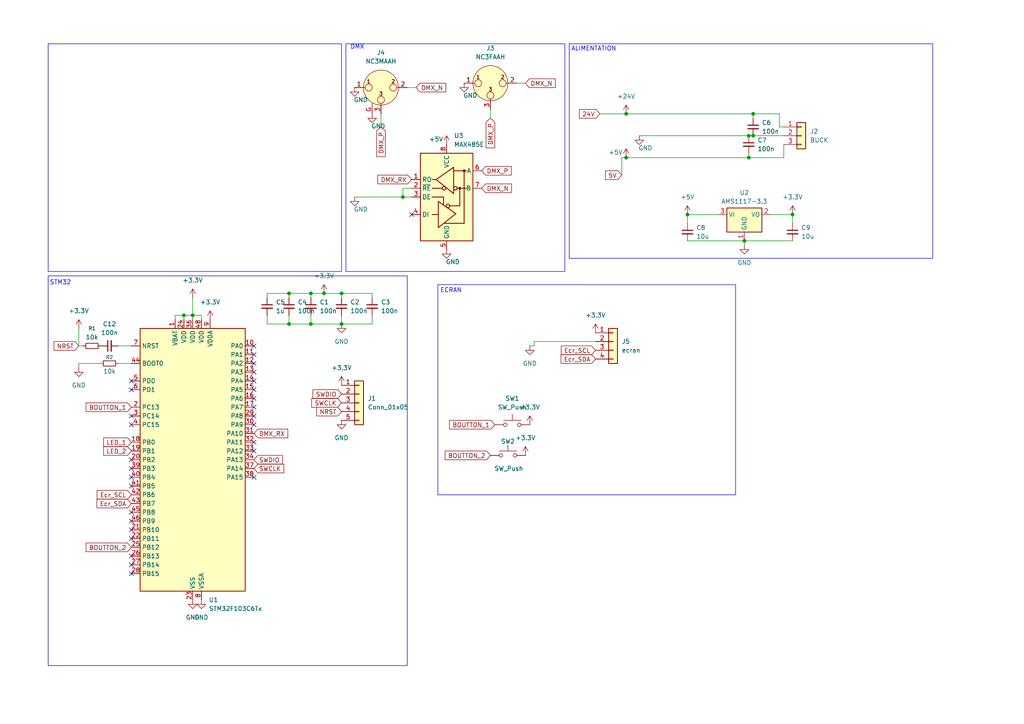
<source format=kicad_sch>
(kicad_sch (version 20250114) (generator "eeschema") (generator_version "9.0")
  (paper "A4")
  (title_block (title "Projet Helios") (date "2026-02-16") (rev "1.0") (company "ENSEA"))
  (lib_symbols
    (symbol "Connector_Audio:NC3FAAH" (pin_names (hide yes))
      (property "Reference" "J" (at 0 8.89 0))
      (property "Value" "NC3FAAH" (at 0 6.35 0))
      (symbol "NC3FAAH_0_1"
        (polyline (pts (xy -5.08 0) (xy -4.572 0)))
        (circle (center -3.556 0) (radius 1.016))
        (circle (center 0 0) (radius 5.08) (fill (type background)))
        (circle (center 0 -3.556) (radius 1.016))
        (polyline (pts (xy 0 -5.08) (xy 0 -4.572)))
        (circle (center 3.556 0) (radius 1.016))
        (polyline (pts (xy 5.08 0) (xy 4.572 0)))
        (text "1" (at -3.556 1.778 0) (effects (font (size 1.016 1.016) (bold yes))))
        (text "3" (at 0 -1.778 0) (effects (font (size 1.016 1.016) (bold yes))))
        (text "2" (at 3.556 1.778 0) (effects (font (size 1.016 1.016) (bold yes))))
        (pin passive line (at -7.62 0 0) (length 2.54) (name "~") (number "1"))
        (pin passive line (at 0 -7.62 90) (length 2.54) (name "~") (number "3"))
        (pin passive line (at 7.62 0 180) (length 2.54) (name "~") (number "2"))
      )
    )
    (symbol "Connector_Audio:NC3MAAH" (pin_names (hide yes))
      (property "Reference" "J" (at 0 8.89 0))
      (property "Value" "NC3MAAH" (at 0 6.35 0))
      (symbol "NC3MAAH_0_1"
        (polyline (pts (xy -5.08 0) (xy -4.572 0)))
        (circle (center -3.556 0) (radius 1.016))
        (polyline (pts (xy -2.54 -5.08) (xy -2.54 -4.445)))
        (circle (center 0 0) (radius 5.08) (fill (type background)))
        (circle (center 0 -3.556) (radius 1.016))
        (polyline (pts (xy 0 -5.08) (xy 0 -4.572)))
        (circle (center 3.556 0) (radius 1.016))
        (polyline (pts (xy 5.08 0) (xy 4.572 0)))
        (text "1" (at -3.556 1.778 0) (effects (font (size 1.016 1.016) (bold yes))))
        (text "3" (at 0 -1.778 0) (effects (font (size 1.016 1.016) (bold yes))))
        (text "2" (at 3.556 1.778 0) (effects (font (size 1.016 1.016) (bold yes))))
        (pin passive line (at -7.62 0 0) (length 2.54) (name "~") (number "1"))
        (pin passive line (at 0 -7.62 90) (length 2.54) (name "~") (number "3"))
        (pin passive line (at 7.62 0 180) (length 2.54) (name "~") (number "2"))
      )
      (symbol "NC3MAAH_1_1"
        (pin passive line (at -2.54 -7.62 90) (length 2.54) (name "~") (number "G"))
      )
    )
    (symbol "Connector_Generic:Conn_01x03" (pin_names (offset 1.016) (hide yes))
      (property "Reference" "J" (at 0 5.08 0))
      (property "Value" "Conn_01x03" (at 0 -5.08 0))
      (symbol "Conn_01x03_1_1"
        (rectangle (start -1.27 3.81) (end 1.27 -3.81) (stroke (width 0.254)) (fill (type background)))
        (rectangle (start -1.27 2.667) (end 0 2.413) (stroke (width 0.1524)))
        (rectangle (start -1.27 0.127) (end 0 -0.127) (stroke (width 0.1524)))
        (rectangle (start -1.27 -2.413) (end 0 -2.667) (stroke (width 0.1524)))
        (pin passive line (at -5.08 2.54 0) (length 3.81) (name "Pin_1") (number "1"))
        (pin passive line (at -5.08 0 0) (length 3.81) (name "Pin_2") (number "2"))
        (pin passive line (at -5.08 -2.54 0) (length 3.81) (name "Pin_3") (number "3"))
      )
    )
    (symbol "Connector_Generic:Conn_01x04" (pin_names (offset 1.016) (hide yes))
      (property "Reference" "J" (at 0 5.08 0))
      (property "Value" "Conn_01x04" (at 0 -7.62 0))
      (symbol "Conn_01x04_1_1"
        (rectangle (start -1.27 3.81) (end 1.27 -6.35) (stroke (width 0.254)) (fill (type background)))
        (rectangle (start -1.27 2.667) (end 0 2.413) (stroke (width 0.1524)))
        (rectangle (start -1.27 0.127) (end 0 -0.127) (stroke (width 0.1524)))
        (rectangle (start -1.27 -2.413) (end 0 -2.667) (stroke (width 0.1524)))
        (rectangle (start -1.27 -4.953) (end 0 -5.207) (stroke (width 0.1524)))
        (pin passive line (at -5.08 2.54 0) (length 3.81) (name "Pin_1") (number "1"))
        (pin passive line (at -5.08 0 0) (length 3.81) (name "Pin_2") (number "2"))
        (pin passive line (at -5.08 -2.54 0) (length 3.81) (name "Pin_3") (number "3"))
        (pin passive line (at -5.08 -5.08 0) (length 3.81) (name "Pin_4") (number "4"))
      )
    )
    (symbol "Connector_Generic:Conn_01x05" (pin_names (offset 1.016) (hide yes))
      (property "Reference" "J" (at 0 7.62 0))
      (property "Value" "Conn_01x05" (at 0 -7.62 0))
      (symbol "Conn_01x05_1_1"
        (rectangle (start -1.27 6.35) (end 1.27 -6.35) (stroke (width 0.254)) (fill (type background)))
        (rectangle (start -1.27 5.207) (end 0 4.953) (stroke (width 0.1524)))
        (rectangle (start -1.27 2.667) (end 0 2.413) (stroke (width 0.1524)))
        (rectangle (start -1.27 0.127) (end 0 -0.127) (stroke (width 0.1524)))
        (rectangle (start -1.27 -2.413) (end 0 -2.667) (stroke (width 0.1524)))
        (rectangle (start -1.27 -4.953) (end 0 -5.207) (stroke (width 0.1524)))
        (pin passive line (at -5.08 5.08 0) (length 3.81) (name "Pin_1") (number "1"))
        (pin passive line (at -5.08 2.54 0) (length 3.81) (name "Pin_2") (number "2"))
        (pin passive line (at -5.08 0 0) (length 3.81) (name "Pin_3") (number "3"))
        (pin passive line (at -5.08 -2.54 0) (length 3.81) (name "Pin_4") (number "4"))
        (pin passive line (at -5.08 -5.08 0) (length 3.81) (name "Pin_5") (number "5"))
      )
    )
    (symbol "Device:C_Small" (pin_numbers (hide yes)) (pin_names (offset 0.254) (hide yes))
      (property "Reference" "C" (at 0.254 1.778 0))
      (property "Value" "C_Small" (at 0.254 -2.032 0))
      (symbol "C_Small_0_1"
        (polyline (pts (xy -1.524 0.508) (xy 1.524 0.508)) (stroke (width 0.3048)))
        (polyline (pts (xy -1.524 -0.508) (xy 1.524 -0.508)) (stroke (width 0.3302)))
      )
      (symbol "C_Small_1_1"
        (pin passive line (at 0 2.54 270) (length 2.032) (name "~") (number "1"))
        (pin passive line (at 0 -2.54 90) (length 2.032) (name "~") (number "2"))
      )
    )
    (symbol "Device:R_Small" (pin_numbers (hide yes)) (pin_names (offset 0.254) (hide yes))
      (property "Reference" "R" (at 0 0 90))
      (property "Value" "R_Small" (at 1.778 0 90))
      (symbol "R_Small_0_1"
        (rectangle (start -0.762 1.778) (end 0.762 -1.778) (stroke (width 0.2032)))
      )
      (symbol "R_Small_1_1"
        (pin passive line (at 0 2.54 270) (length 0.762) (name "~") (number "1"))
        (pin passive line (at 0 -2.54 90) (length 0.762) (name "~") (number "2"))
      )
    )
    (symbol "Interface_UART:MAX485E"
      (property "Reference" "U" (at -6.985 13.97 0))
      (property "Value" "MAX485E" (at 1.905 13.97 0))
      (symbol "MAX485E_0_1"
        (rectangle (start -7.62 12.7) (end 7.62 -12.7) (stroke (width 0.254)) (fill (type background)))
        (polyline (pts (xy -4.191 2.54) (xy -1.27 2.54)) (stroke (width 0.254)))
        (polyline (pts (xy -4.191 0) (xy -0.889 0) (xy -0.889 -2.286)) (stroke (width 0.254)))
        (polyline (pts (xy -3.175 5.08) (xy -4.191 5.08) (xy -4.064 5.08)) (stroke (width 0.254)))
        (polyline (pts (xy -2.54 -5.08) (xy -4.191 -5.08)) (stroke (width 0.254)))
        (polyline (pts (xy -2.413 -5.08) (xy -2.413 -1.27) (xy 2.667 -4.826) (xy -2.413 -8.89) (xy -2.413 -5.08)) (stroke (width 0.254)))
        (polyline (pts (xy -0.635 -7.62) (xy 5.08 -7.62)) (stroke (width 0.254)))
        (circle (center 0.381 -2.54) (radius 0.508) (stroke (width 0.254)))
        (polyline (pts (xy 0.889 -2.54) (xy 3.81 -2.54)) (stroke (width 0.254)))
        (polyline (pts (xy 2.032 7.62) (xy 5.715 7.62)) (stroke (width 0.254)))
        (polyline (pts (xy 3.048 2.54) (xy 5.715 2.54)) (stroke (width 0.254)))
        (circle (center 3.81 2.54) (radius 0.2794) (stroke (width 0.254)) (fill (type outline)))
        (polyline (pts (xy 3.81 -2.54) (xy 3.81 2.54)) (stroke (width 0.254)))
        (polyline (pts (xy 5.08 -7.62) (xy 5.08 7.62)) (stroke (width 0.254)))
      )
      (symbol "MAX485E_1_1"
        (circle (center -0.762 2.54) (radius 0.508) (stroke (width 0.254)))
        (polyline (pts (xy 2.032 4.826) (xy 2.032 8.636) (xy -3.048 5.08) (xy 2.032 1.016) (xy 2.032 4.826)) (stroke (width 0.254)))
        (circle (center 2.54 2.54) (radius 0.508) (stroke (width 0.254)))
        (circle (center 5.08 7.62) (radius 0.2794) (stroke (width 0.254)) (fill (type outline)))
        (pin output line (at -10.16 5.08 0) (length 2.54) (name "RO") (number "1"))
        (pin input line (at -10.16 2.54 0) (length 2.54) (name "~{RE}") (number "2"))
        (pin input line (at -10.16 0 0) (length 2.54) (name "DE") (number "3"))
        (pin input line (at -10.16 -5.08 0) (length 2.54) (name "DI") (number "4"))
        (pin power_in line (at 0 15.24 270) (length 2.54) (name "VCC") (number "8"))
        (pin power_in line (at 0 -15.24 90) (length 2.54) (name "GND") (number "5"))
        (pin bidirectional line (at 10.16 7.62 180) (length 2.54) (name "A") (number "6"))
        (pin bidirectional line (at 10.16 2.54 180) (length 2.54) (name "B") (number "7"))
      )
    )
    (symbol "MCU_ST_STM32F1:STM32F103C6Tx"
      (property "Reference" "U" (at -15.24 39.37 0))
      (property "Value" "STM32F103C6Tx" (at 7.62 39.37 0))
      (symbol "STM32F103C6Tx_0_1"
        (rectangle (start -15.24 -38.1) (end 15.24 38.1) (stroke (width 0.254)) (fill (type background)))
      )
      (symbol "STM32F103C6Tx_1_1"
        (pin input line (at -17.78 33.02 0) (length 2.54) (name "NRST") (number "7"))
        (pin input line (at -17.78 27.94 0) (length 2.54) (name "BOOT0") (number "44"))
        (pin bidirectional line (at -17.78 22.86 0) (length 2.54) (name "PD0") (number "5"))
        (pin bidirectional line (at -17.78 20.32 0) (length 2.54) (name "PD1") (number "6"))
        (pin bidirectional line (at -17.78 15.24 0) (length 2.54) (name "PC13") (number "2"))
        (pin bidirectional line (at -17.78 12.7 0) (length 2.54) (name "PC14") (number "3"))
        (pin bidirectional line (at -17.78 10.16 0) (length 2.54) (name "PC15") (number "4"))
        (pin bidirectional line (at -17.78 5.08 0) (length 2.54) (name "PB0") (number "18"))
        (pin bidirectional line (at -17.78 2.54 0) (length 2.54) (name "PB1") (number "19"))
        (pin bidirectional line (at -17.78 0 0) (length 2.54) (name "PB2") (number "20"))
        (pin bidirectional line (at -17.78 -2.54 0) (length 2.54) (name "PB3") (number "39"))
        (pin bidirectional line (at -17.78 -5.08 0) (length 2.54) (name "PB4") (number "40"))
        (pin bidirectional line (at -17.78 -7.62 0) (length 2.54) (name "PB5") (number "41"))
        (pin bidirectional line (at -17.78 -10.16 0) (length 2.54) (name "PB6") (number "42"))
        (pin bidirectional line (at -17.78 -12.7 0) (length 2.54) (name "PB7") (number "43"))
        (pin bidirectional line (at -17.78 -15.24 0) (length 2.54) (name "PB8") (number "45"))
        (pin bidirectional line (at -17.78 -17.78 0) (length 2.54) (name "PB9") (number "46"))
        (pin bidirectional line (at -17.78 -20.32 0) (length 2.54) (name "PB10") (number "21"))
        (pin bidirectional line (at -17.78 -22.86 0) (length 2.54) (name "PB11") (number "22"))
        (pin bidirectional line (at -17.78 -25.4 0) (length 2.54) (name "PB12") (number "25"))
        (pin bidirectional line (at -17.78 -27.94 0) (length 2.54) (name "PB13") (number "26"))
        (pin bidirectional line (at -17.78 -30.48 0) (length 2.54) (name "PB14") (number "27"))
        (pin bidirectional line (at -17.78 -33.02 0) (length 2.54) (name "PB15") (number "28"))
        (pin power_in line (at -5.08 40.64 270) (length 2.54) (name "VBAT") (number "1"))
        (pin power_in line (at -2.54 40.64 270) (length 2.54) (name "VDD") (number "24"))
        (pin power_in line (at 0 40.64 270) (length 2.54) (name "VDD") (number "36"))
        (pin power_in line (at 0 -40.64 90) (length 2.54) (name "VSS") (number "23"))
        (pin passive line (at 0 -40.64 90) (length 2.54) (hide yes) (name "VSS") (number "35"))
        (pin passive line (at 0 -40.64 90) (length 2.54) (hide yes) (name "VSS") (number "47"))
        (pin power_in line (at 2.54 40.64 270) (length 2.54) (name "VDD") (number "48"))
        (pin power_in line (at 2.54 -40.64 90) (length 2.54) (name "VSSA") (number "8"))
        (pin power_in line (at 5.08 40.64 270) (length 2.54) (name "VDDA") (number "9"))
        (pin bidirectional line (at 17.78 33.02 180) (length 2.54) (name "PA0") (number "10"))
        (pin bidirectional line (at 17.78 30.48 180) (length 2.54) (name "PA1") (number "11"))
        (pin bidirectional line (at 17.78 27.94 180) (length 2.54) (name "PA2") (number "12"))
        (pin bidirectional line (at 17.78 25.4 180) (length 2.54) (name "PA3") (number "13"))
        (pin bidirectional line (at 17.78 22.86 180) (length 2.54) (name "PA4") (number "14"))
        (pin bidirectional line (at 17.78 20.32 180) (length 2.54) (name "PA5") (number "15"))
        (pin bidirectional line (at 17.78 17.78 180) (length 2.54) (name "PA6") (number "16"))
        (pin bidirectional line (at 17.78 15.24 180) (length 2.54) (name "PA7") (number "17"))
        (pin bidirectional line (at 17.78 12.7 180) (length 2.54) (name "PA8") (number "29"))
        (pin bidirectional line (at 17.78 10.16 180) (length 2.54) (name "PA9") (number "30"))
        (pin bidirectional line (at 17.78 7.62 180) (length 2.54) (name "PA10") (number "31"))
        (pin bidirectional line (at 17.78 5.08 180) (length 2.54) (name "PA11") (number "32"))
        (pin bidirectional line (at 17.78 2.54 180) (length 2.54) (name "PA12") (number "33"))
        (pin bidirectional line (at 17.78 0 180) (length 2.54) (name "PA13") (number "34"))
        (pin bidirectional line (at 17.78 -2.54 180) (length 2.54) (name "PA14") (number "37"))
        (pin bidirectional line (at 17.78 -5.08 180) (length 2.54) (name "PA15") (number "38"))
      )
    )
    (symbol "Regulator_Linear:AMS1117-3.3"
      (property "Reference" "U" (at -3.81 3.175 0))
      (property "Value" "AMS1117-3.3" (at 0 3.175 0))
      (symbol "AMS1117-3.3_0_1"
        (rectangle (start -5.08 -5.08) (end 5.08 1.905) (stroke (width 0.254)) (fill (type background)))
      )
      (symbol "AMS1117-3.3_1_1"
        (pin power_in line (at -7.62 0 0) (length 2.54) (name "VI") (number "3"))
        (pin power_in line (at 0 -7.62 90) (length 2.54) (name "GND") (number "1"))
        (pin power_out line (at 7.62 0 180) (length 2.54) (name "VO") (number "2"))
      )
    )
    (symbol "Switch:SW_Push" (pin_numbers (hide yes)) (pin_names (offset 1.016) (hide yes))
      (property "Reference" "SW" (at 1.27 2.54 0))
      (property "Value" "SW_Push" (at 0 -1.524 0))
      (symbol "SW_Push_0_1"
        (circle (center -2.032 0) (radius 0.508))
        (polyline (pts (xy 0 1.27) (xy 0 3.048)))
        (circle (center 2.032 0) (radius 0.508))
        (polyline (pts (xy 2.54 1.27) (xy -2.54 1.27)))
        (pin passive line (at -5.08 0 0) (length 2.54) (name "1") (number "1"))
        (pin passive line (at 5.08 0 180) (length 2.54) (name "2") (number "2"))
      )
    )
    (symbol "power:+3.3V" (power) (pin_numbers (hide yes)) (pin_names (offset 0) (hide yes))
      (property "Value" "+3.3V" (at 0 3.556 0))
      (symbol "+3.3V_0_1"
        (polyline (pts (xy -0.762 1.27) (xy 0 2.54)))
        (polyline (pts (xy 0 2.54) (xy 0.762 1.27)))
        (polyline (pts (xy 0 0) (xy 0 2.54)))
      )
      (symbol "+3.3V_1_1"
        (pin power_in line (at 0 0 90) (length 0) (name "~") (number "1"))
      )
    )
    (symbol "power:GND" (power) (pin_numbers (hide yes)) (pin_names (offset 0) (hide yes))
      (property "Value" "GND" (at 0 -3.81 0))
      (symbol "GND_0_1"
        (polyline (pts (xy 0 0) (xy 0 -1.27) (xy 1.27 -1.27) (xy 0 -2.54) (xy -1.27 -1.27) (xy 0 -1.27)))
      )
      (symbol "GND_1_1"
        (pin power_in line (at 0 0 270) (length 0) (name "~") (number "1"))
      )
    )
  )
  (rectangle (start 100.33 12.7) (end 163.83 78.74))
  (rectangle (start 165.1 12.7) (end 270.51 74.93))
  (rectangle (start 13.97 12.7) (end 99.06 78.74))
  (rectangle (start 127 82.55) (end 213.36 143.51))
  (rectangle (start 13.97 80.01) (end 118.11 193.04))
  (text "ALIMENTATION\n" (at 172.212 14.224 0) (effects (font (size 1.27 1.27))))
  (text "STM32\n" (at 17.526 82.042 0) (effects (font (size 1.27 1.27))))
  (text "DMX\n" (at 103.632 13.716 0) (effects (font (size 1.27 1.27))))
  (text "ECRAN\n" (at 130.81 84.328 0) (effects (font (size 1.27 1.27))))
  (junction (at 215.9 69.85))
  (junction (at 217.17 39.37))
  (junction (at 99.06 93.98))
  (junction (at 83.82 85.09))
  (junction (at 99.06 85.09))
  (junction (at 90.17 85.09))
  (junction (at 53.34 91.44))
  (junction (at 181.61 45.72))
  (junction (at 199.39 62.23))
  (junction (at 90.17 93.98))
  (junction (at 93.98 85.09))
  (junction (at 83.82 93.98))
  (junction (at 218.44 39.37))
  (junction (at 55.88 91.44))
  (junction (at 181.61 33.02))
  (junction (at 229.87 62.23))
  (junction (at 218.44 33.02))
  (junction (at 217.17 45.72))
  (junction (at 116.84 57.15))
  (no_connect (at 38.1 110.49))
  (no_connect (at 38.1 161.29))
  (no_connect (at 73.66 123.19))
  (no_connect (at 38.1 140.97))
  (no_connect (at 73.66 130.81))
  (no_connect (at 38.1 166.37))
  (no_connect (at 38.1 113.03))
  (no_connect (at 73.66 138.43))
  (no_connect (at 73.66 102.87))
  (no_connect (at 38.1 148.59))
  (no_connect (at 38.1 151.13))
  (no_connect (at 73.66 115.57))
  (no_connect (at 73.66 118.11))
  (no_connect (at 73.66 100.33))
  (no_connect (at 38.1 138.43))
  (no_connect (at 73.66 105.41))
  (no_connect (at 38.1 163.83))
  (no_connect (at 119.38 62.23))
  (no_connect (at 73.66 128.27))
  (no_connect (at 38.1 156.21))
  (no_connect (at 38.1 123.19))
  (no_connect (at 73.66 110.49))
  (no_connect (at 73.66 113.03))
  (no_connect (at 38.1 120.65))
  (no_connect (at 38.1 135.89))
  (no_connect (at 38.1 153.67))
  (no_connect (at 73.66 107.95))
  (no_connect (at 38.1 133.35))
  (no_connect (at 73.66 120.65))
  (wire (pts (xy 107.95 91.44) (xy 107.95 93.98)))
  (wire (pts (xy 90.17 93.98) (xy 99.06 93.98)))
  (wire (pts (xy 215.9 69.85) (xy 215.9 71.12)))
  (wire (pts (xy 217.17 44.45) (xy 217.17 45.72)))
  (wire (pts (xy 154.94 99.06) (xy 154.94 100.33)))
  (wire (pts (xy 180.34 45.72) (xy 181.61 45.72)))
  (wire (pts (xy 53.34 91.44) (xy 53.34 92.71)))
  (wire (pts (xy 99.06 85.09) (xy 99.06 86.36)))
  (wire (pts (xy 24.13 100.33) (xy 22.86 100.33)))
  (wire (pts (xy 22.86 105.41) (xy 22.86 106.68)))
  (wire (pts (xy 77.47 85.09) (xy 77.47 86.36)))
  (wire (pts (xy 34.29 105.41) (xy 38.1 105.41)))
  (wire (pts (xy 218.44 33.02) (xy 226.06 33.02)))
  (wire (pts (xy 199.39 69.85) (xy 215.9 69.85)))
  (wire (pts (xy 50.8 92.71) (xy 50.8 91.44)))
  (wire (pts (xy 83.82 93.98) (xy 90.17 93.98)))
  (wire (pts (xy 154.94 100.33) (xy 153.67 100.33)))
  (wire (pts (xy 55.88 91.44) (xy 55.88 92.71)))
  (wire (pts (xy 154.94 99.06) (xy 172.72 99.06)))
  (wire (pts (xy 29.21 105.41) (xy 22.86 105.41)))
  (wire (pts (xy 181.61 45.72) (xy 217.17 45.72)))
  (wire (pts (xy 22.86 100.33) (xy 22.86 95.25)))
  (wire (pts (xy 199.39 64.77) (xy 199.39 62.23)))
  (wire (pts (xy 116.84 54.61) (xy 119.38 54.61)))
  (wire (pts (xy 102.87 57.15) (xy 116.84 57.15)))
  (wire (pts (xy 77.47 91.44) (xy 77.47 93.98)))
  (wire (pts (xy 110.49 36.83) (xy 110.49 33.02)))
  (wire (pts (xy 99.06 85.09) (xy 107.95 85.09)))
  (wire (pts (xy 226.06 36.83) (xy 227.33 36.83)))
  (wire (pts (xy 34.29 100.33) (xy 38.1 100.33)))
  (wire (pts (xy 223.52 62.23) (xy 229.87 62.23)))
  (wire (pts (xy 55.88 86.36) (xy 55.88 91.44)))
  (wire (pts (xy 90.17 91.44) (xy 90.17 93.98)))
  (wire (pts (xy 199.39 62.23) (xy 208.28 62.23)))
  (wire (pts (xy 229.87 62.23) (xy 229.87 64.77)))
  (wire (pts (xy 116.84 57.15) (xy 119.38 57.15)))
  (wire (pts (xy 90.17 85.09) (xy 83.82 85.09)))
  (wire (pts (xy 83.82 91.44) (xy 83.82 93.98)))
  (wire (pts (xy 99.06 93.98) (xy 107.95 93.98)))
  (wire (pts (xy 142.24 34.29) (xy 142.24 31.75)))
  (wire (pts (xy 83.82 85.09) (xy 83.82 86.36)))
  (wire (pts (xy 227.33 45.72) (xy 227.33 41.91)))
  (wire (pts (xy 226.06 33.02) (xy 226.06 36.83)))
  (wire (pts (xy 180.34 50.8) (xy 180.34 45.72)))
  (wire (pts (xy 185.42 39.37) (xy 217.17 39.37)))
  (wire (pts (xy 217.17 39.37) (xy 218.44 39.37)))
  (wire (pts (xy 173.99 33.02) (xy 181.61 33.02)))
  (wire (pts (xy 215.9 69.85) (xy 229.87 69.85)))
  (wire (pts (xy 99.06 91.44) (xy 99.06 93.98)))
  (wire (pts (xy 55.88 91.44) (xy 53.34 91.44)))
  (wire (pts (xy 90.17 85.09) (xy 93.98 85.09)))
  (wire (pts (xy 217.17 45.72) (xy 227.33 45.72)))
  (wire (pts (xy 218.44 39.37) (xy 227.33 39.37)))
  (wire (pts (xy 50.8 91.44) (xy 53.34 91.44)))
  (wire (pts (xy 120.65 25.4) (xy 118.11 25.4)))
  (wire (pts (xy 77.47 93.98) (xy 83.82 93.98)))
  (wire (pts (xy 181.61 33.02) (xy 218.44 33.02)))
  (wire (pts (xy 83.82 85.09) (xy 77.47 85.09)))
  (wire (pts (xy 55.88 91.44) (xy 58.42 91.44)))
  (wire (pts (xy 90.17 86.36) (xy 90.17 85.09)))
  (wire (pts (xy 107.95 85.09) (xy 107.95 86.36)))
  (wire (pts (xy 116.84 57.15) (xy 116.84 54.61)))
  (wire (pts (xy 58.42 91.44) (xy 58.42 92.71)))
  (wire (pts (xy 152.4 24.13) (xy 149.86 24.13)))
  (wire (pts (xy 218.44 33.02) (xy 218.44 34.29)))
  (wire (pts (xy 93.98 85.09) (xy 99.06 85.09)))
  (global_label "DMX_N" (shape input) (at 120.65 25.4 0) (property "Intersheetrefs" "${INTERSHEET_REFS}" (effects (hide yes))))
  (global_label "NRST" (shape input) (at 22.86 100.33 180) (property "Intersheetrefs" "${INTERSHEET_REFS}" (effects (hide yes))))
  (global_label "Ecr_SDA" (shape input) (at 172.72 104.14 180) (property "Intersheetrefs" "${INTERSHEET_REFS}" (effects (hide yes))))
  (global_label "SWCLK" (shape input) (at 99.06 116.84 180) (property "Intersheetrefs" "${INTERSHEET_REFS}" (effects (hide yes))))
  (global_label "BOUTTON_1" (shape input) (at 143.51 123.19 180) (property "Intersheetrefs" "${INTERSHEET_REFS}" (effects (hide yes))))
  (global_label "LED_1" (shape input) (at 38.1 128.27 180) (property "Intersheetrefs" "${INTERSHEET_REFS}" (effects (hide yes))))
  (global_label "DMX_N" (shape input) (at 139.7 54.61 0) (property "Intersheetrefs" "${INTERSHEET_REFS}" (effects (hide yes))))
  (global_label "BOUTTON_2" (shape input) (at 38.1 158.75 180) (property "Intersheetrefs" "${INTERSHEET_REFS}" (effects (hide yes))))
  (global_label "DMX_P" (shape input) (at 139.7 49.53 0) (property "Intersheetrefs" "${INTERSHEET_REFS}" (effects (hide yes))))
  (global_label "SWDIO" (shape input) (at 73.66 133.35 0) (property "Intersheetrefs" "${INTERSHEET_REFS}" (effects (hide yes))))
  (global_label "5V" (shape input) (at 180.34 50.8 180) (property "Intersheetrefs" "${INTERSHEET_REFS}" (effects (hide yes))))
  (global_label "NRST" (shape input) (at 99.06 119.38 180) (property "Intersheetrefs" "${INTERSHEET_REFS}" (effects (hide yes))))
  (global_label "Ecr_SCL" (shape input) (at 38.1 143.51 180) (property "Intersheetrefs" "${INTERSHEET_REFS}" (effects (hide yes))))
  (global_label "SWDIO" (shape input) (at 99.06 114.3 180) (property "Intersheetrefs" "${INTERSHEET_REFS}" (effects (hide yes))))
  (global_label "SWCLK" (shape input) (at 73.66 135.89 0) (property "Intersheetrefs" "${INTERSHEET_REFS}" (effects (hide yes))))
  (global_label "Ecr_SDA" (shape input) (at 38.1 146.05 180) (property "Intersheetrefs" "${INTERSHEET_REFS}" (effects (hide yes))))
  (global_label "DMX_RX" (shape input) (at 119.38 52.07 180) (property "Intersheetrefs" "${INTERSHEET_REFS}" (effects (hide yes))))
  (global_label "24V" (shape input) (at 173.99 33.02 180) (property "Intersheetrefs" "${INTERSHEET_REFS}" (effects (hide yes))))
  (global_label "LED_2" (shape input) (at 38.1 130.81 180) (property "Intersheetrefs" "${INTERSHEET_REFS}" (effects (hide yes))))
  (global_label "DMX_RX" (shape input) (at 73.66 125.73 0) (property "Intersheetrefs" "${INTERSHEET_REFS}" (effects (hide yes))))
  (global_label "Ecr_SCL" (shape input) (at 172.72 101.6 180) (property "Intersheetrefs" "${INTERSHEET_REFS}" (effects (hide yes))))
  (global_label "DMX_P" (shape input) (at 110.49 36.83 270) (property "Intersheetrefs" "${INTERSHEET_REFS}" (effects (hide yes))))
  (global_label "BOUTTON_1" (shape input) (at 38.1 118.11 180) (property "Intersheetrefs" "${INTERSHEET_REFS}" (effects (hide yes))))
  (global_label "DMX_P" (shape input) (at 142.24 34.29 270) (property "Intersheetrefs" "${INTERSHEET_REFS}" (effects (hide yes))))
  (global_label "BOUTTON_2" (shape input) (at 142.24 132.08 180) (property "Intersheetrefs" "${INTERSHEET_REFS}" (effects (hide yes))))
  (global_label "DMX_N" (shape input) (at 152.4 24.13 0) (property "Intersheetrefs" "${INTERSHEET_REFS}" (effects (hide yes))))
  (symbol (lib_id "power:+3.3V") (at 55.88 86.36 0) (unit 1)
    (property "Reference" "#PWR01" (effects (hide yes)))
    (property "Value" "+3.3V" (at 55.88 81.28 0))
    (property "Description" "Power symbol creates a global label with name \"+3.3V\"" (effects (hide yes)))
  )
  (symbol (lib_id "Device:C_Small") (at 31.75 100.33 90) (unit 1)
    (property "Reference" "C12" (at 31.7563 93.98 90))
    (property "Value" "100n" (at 31.7563 96.52 90))
    (property "Description" "Unpolarized capacitor, small symbol" (effects (hide yes)))
  )
  (symbol (lib_id "Connector_Generic:Conn_01x03") (at 232.41 39.37 0) (unit 1)
    (property "Reference" "J2" (at 234.95 38.0999 0) (effects (justify left)))
    (property "Value" "BUCK" (at 234.95 40.6399 0) (effects (justify left)))
    (property "Description" "Generic connector, single row, 01x03, script generated (kicad-library-utils/schlib/autogen/connector/)" (effects (hide yes)))
  )
  (symbol (lib_id "Device:C_Small") (at 218.44 36.83 0) (unit 1)
    (property "Reference" "C6" (at 220.98 35.5662 0) (effects (justify left)))
    (property "Value" "100n" (at 220.98 38.1062 0) (effects (justify left)))
    (property "Description" "Unpolarized capacitor, small symbol" (effects (hide yes)))
  )
  (symbol (lib_id "Device:C_Small") (at 199.39 67.31 0) (unit 1)
    (property "Reference" "C8" (at 201.93 66.0462 0) (effects (justify left)))
    (property "Value" "10u" (at 201.93 68.5862 0) (effects (justify left)))
    (property "Description" "Unpolarized capacitor, small symbol" (effects (hide yes)))
  )
  (symbol (lib_id "Device:C_Small") (at 77.47 88.9 0) (unit 1)
    (property "Reference" "C5" (at 80.01 87.6362 0) (effects (justify left)))
    (property "Value" "1u" (at 80.01 90.1762 0) (effects (justify left)))
    (property "Description" "Unpolarized capacitor, small symbol" (effects (hide yes)))
  )
  (symbol (lib_id "power:+3.3V") (at 172.72 96.52 0) (unit 1)
    (property "Reference" "#PWR023" (effects (hide yes)))
    (property "Value" "+3.3V" (at 172.72 91.44 0))
    (property "Description" "Power symbol creates a global label with name \"+3.3V\"" (effects (hide yes)))
  )
  (symbol (lib_id "power:+3.3V") (at 181.61 45.72 0) (unit 1)
    (property "Reference" "#PWR013" (effects (hide yes)))
    (property "Value" "+5V" (at 178.562 44.196 0))
    (property "Description" "Power symbol creates a global label with name \"+3.3V\"" (effects (hide yes)))
  )
  (symbol (lib_id "power:GND") (at 99.06 93.98 0) (unit 1)
    (property "Reference" "#PWR04" (effects (hide yes)))
    (property "Value" "GND" (at 99.06 99.06 0))
    (property "Description" "Power symbol creates a global label with name \"GND\" , ground" (effects (hide yes)))
  )
  (symbol (lib_id "power:+3.3V") (at 181.61 33.02 0) (unit 1)
    (property "Reference" "#PWR011" (effects (hide yes)))
    (property "Value" "+24V" (at 181.61 27.94 0))
    (property "Description" "Power symbol creates a global label with name \"+3.3V\"" (effects (hide yes)))
  )
  (symbol (lib_id "Device:R_Small") (at 26.67 100.33 90) (unit 1)
    (property "Reference" "R1" (at 26.67 95.25 90) (effects (font (size 1.016 1.016))))
    (property "Value" "10k" (at 26.67 97.79 90))
    (property "Description" "Resistor, small symbol" (effects (hide yes)))
  )
  (symbol (lib_id "Connector_Audio:NC3FAAH") (at 142.24 24.13 0) (unit 1)
    (property "Reference" "J3" (at 142.24 13.97 0))
    (property "Value" "NC3FAAH" (at 142.24 16.51 0))
    (property "Footprint" "Connector_Audio:Jack_XLR_Neutrik_NC3FAAH_Horizontal" (effects (hide yes)))
    (property "Datasheet" "https://www.neutrik.com/en/product/nc3faah" (effects (hide yes)))
    (property "Description" "AA Series, 3 pole female XLR receptacle, grounding: without ground/shell contact, horizontal PCB mount" (effects (hide yes)))
  )
  (symbol (lib_id "power:+3.3V") (at 99.06 111.76 0) (unit 1)
    (property "Reference" "#PWR010" (effects (hide yes)))
    (property "Value" "+3.3V" (at 99.06 106.68 0))
    (property "Description" "Power symbol creates a global label with name \"+3.3V\"" (effects (hide yes)))
  )
  (symbol (lib_id "power:GND") (at 153.67 100.33 0) (unit 1)
    (property "Reference" "#PWR024" (effects (hide yes)))
    (property "Value" "GND" (at 153.67 105.41 0))
    (property "Description" "Power symbol creates a global label with name \"GND\" , ground" (effects (hide yes)))
  )
  (symbol (lib_id "power:+3.3V") (at 153.67 123.19 0) (unit 1)
    (property "Reference" "#PWR025" (effects (hide yes)))
    (property "Value" "+3.3V" (at 153.67 118.11 0))
    (property "Description" "Power symbol creates a global label with name \"+3.3V\"" (effects (hide yes)))
  )
  (symbol (lib_id "power:+3.3V") (at 199.39 62.23 0) (unit 1)
    (property "Reference" "#PWR015" (effects (hide yes)))
    (property "Value" "+5V" (at 199.39 57.15 0))
    (property "Description" "Power symbol creates a global label with name \"+3.3V\"" (effects (hide yes)))
  )
  (symbol (lib_id "power:+3.3V") (at 152.4 132.08 0) (unit 1)
    (property "Reference" "#PWR026" (effects (hide yes)))
    (property "Value" "+3.3V" (at 152.4 127 0))
    (property "Description" "Power symbol creates a global label with name \"+3.3V\"" (effects (hide yes)))
  )
  (symbol (lib_id "power:GND") (at 215.9 71.12 0) (unit 1)
    (property "Reference" "#PWR014" (effects (hide yes)))
    (property "Value" "GND" (at 215.9 76.2 0))
    (property "Description" "Power symbol creates a global label with name \"GND\" , ground" (effects (hide yes)))
  )
  (symbol (lib_id "Device:C_Small") (at 99.06 88.9 0) (unit 1)
    (property "Reference" "C2" (at 101.6 87.6362 0) (effects (justify left)))
    (property "Value" "100n" (at 101.6 90.1762 0) (effects (justify left)))
    (property "Description" "Unpolarized capacitor, small symbol" (effects (hide yes)))
  )
  (symbol (lib_id "power:GND") (at 55.88 173.99 0) (unit 1)
    (property "Reference" "#PWR03" (effects (hide yes)))
    (property "Value" "GND" (at 55.88 179.07 0))
    (property "Description" "Power symbol creates a global label with name \"GND\" , ground" (effects (hide yes)))
  )
  (symbol (lib_id "Device:C_Small") (at 83.82 88.9 0) (unit 1)
    (property "Reference" "C4" (at 86.36 87.6362 0) (effects (justify left)))
    (property "Value" "100n" (at 86.36 90.1762 0) (effects (justify left)))
    (property "Description" "Unpolarized capacitor, small symbol" (effects (hide yes)))
  )
  (symbol (lib_id "Regulator_Linear:AMS1117-3.3") (at 215.9 62.23 0) (unit 1)
    (property "Reference" "U2" (at 215.9 55.88 0))
    (property "Value" "AMS1117-3.3" (at 215.9 58.42 0))
    (property "Footprint" "Package_TO_SOT_SMD:SOT-223-3_TabPin2" (effects (hide yes)))
    (property "Datasheet" "http://www.advanced-monolithic.com/pdf/ds1117.pdf" (effects (hide yes)))
    (property "Description" "1A Low Dropout regulator, positive, 3.3V fixed output, SOT-223" (effects (hide yes)))
  )
  (symbol (lib_id "Switch:SW_Push") (at 147.32 132.08 0) (unit 1)
    (property "Reference" "SW2" (at 147.32 128.016 0))
    (property "Value" "SW_Push" (at 147.574 135.89 0))
    (property "Description" "Push button switch, generic, two pins" (effects (hide yes)))
  )
  (symbol (lib_id "power:GND") (at 102.87 25.4 0) (unit 1)
    (property "Reference" "#PWR018" (effects (hide yes)))
    (property "Value" "GND" (at 104.648 28.956 0))
    (property "Description" "Power symbol creates a global label with name \"GND\" , ground" (effects (hide yes)))
  )
  (symbol (lib_id "power:+3.3V") (at 22.86 95.25 0) (unit 1)
    (property "Reference" "#PWR07" (effects (hide yes)))
    (property "Value" "+3.3V" (at 22.86 90.17 0))
    (property "Description" "Power symbol creates a global label with name \"+3.3V\"" (effects (hide yes)))
  )
  (symbol (lib_id "Connector_Generic:Conn_01x05") (at 104.14 116.84 0) (unit 1)
    (property "Reference" "J1" (at 106.68 115.5699 0) (effects (justify left)))
    (property "Value" "Conn_01x05" (at 106.68 118.1099 0) (effects (justify left)))
    (property "Description" "Generic connector, single row, 01x05, script generated (kicad-library-utils/schlib/autogen/connector/)" (effects (hide yes)))
  )
  (symbol (lib_id "power:GND") (at 185.42 39.37 0) (unit 1)
    (property "Reference" "#PWR012" (effects (hide yes)))
    (property "Value" "GND" (at 187.198 42.926 0))
    (property "Description" "Power symbol creates a global label with name \"GND\" , ground" (effects (hide yes)))
  )
  (symbol (lib_id "Interface_UART:MAX485E") (at 129.54 57.15 0) (unit 1)
    (property "Reference" "U3" (at 131.6833 39.37 0) (effects (justify left)))
    (property "Value" "MAX485E" (at 131.6833 41.91 0) (effects (justify left)))
    (property "Footprint" "Package_SO:SOIC-8_3.9x4.9mm_P1.27mm" (effects (hide yes)))
    (property "Datasheet" "https://datasheets.maximintegrated.com/en/ds/MAX1487E-MAX491E.pdf" (effects (hide yes)))
    (property "Description" "Half duplex RS-485/RS-422, 2.5 Mbps, ±15kV electro-static discharge (ESD) protection, no slew-rate, no low-power shutdown, with receiver/driver enable, 32 receiver drive capability, DIP-8 and SOIC-8" (effects (hide yes)))
  )
  (symbol (lib_id "power:GND") (at 58.42 173.99 0) (unit 1)
    (property "Reference" "#PWR05" (effects (hide yes)))
    (property "Value" "GND" (at 58.42 179.07 0))
    (property "Description" "Power symbol creates a global label with name \"GND\" , ground" (effects (hide yes)))
  )
  (symbol (lib_id "power:+3.3V") (at 229.87 62.23 0) (unit 1)
    (property "Reference" "#PWR016" (effects (hide yes)))
    (property "Value" "+3.3V" (at 229.87 57.15 0))
    (property "Description" "Power symbol creates a global label with name \"+3.3V\"" (effects (hide yes)))
  )
  (symbol (lib_id "power:GND") (at 129.54 72.39 0) (unit 1)
    (property "Reference" "#PWR022" (effects (hide yes)))
    (property "Value" "GND" (at 131.318 75.946 0))
    (property "Description" "Power symbol creates a global label with name \"GND\" , ground" (effects (hide yes)))
  )
  (symbol (lib_id "power:+3.3V") (at 60.96 92.71 0) (unit 1)
    (property "Reference" "#PWR06" (effects (hide yes)))
    (property "Value" "+3.3V" (at 60.96 87.63 0))
    (property "Description" "Power symbol creates a global label with name \"+3.3V\"" (effects (hide yes)))
  )
  (symbol (lib_id "Connector_Audio:NC3MAAH") (at 110.49 25.4 0) (unit 1)
    (property "Reference" "J4" (at 110.49 15.24 0))
    (property "Value" "NC3MAAH" (at 110.49 17.78 0))
    (property "Footprint" "Connector_Audio:Jack_XLR_Neutrik_NC3MAAH_Horizontal" (effects (hide yes)))
    (property "Datasheet" "https://www.neutrik.com/en/product/nc3maah" (effects (hide yes)))
    (property "Description" "AA Series, 3 pole male XLR receptacle, grounding: separate ground contact to mating connector shell and front panel, horizontal PCB mount" (effects (hide yes)))
  )
  (symbol (lib_id "Device:C_Small") (at 217.17 41.91 0) (unit 1)
    (property "Reference" "C7" (at 219.71 40.6462 0) (effects (justify left)))
    (property "Value" "100n" (at 219.71 43.1862 0) (effects (justify left)))
    (property "Description" "Unpolarized capacitor, small symbol" (effects (hide yes)))
  )
  (symbol (lib_id "Device:R_Small") (at 31.75 105.41 90) (unit 1)
    (property "Reference" "R2" (at 31.75 103.632 90) (effects (font (size 1.016 1.016))))
    (property "Value" "10k" (at 31.75 107.696 90))
    (property "Description" "Resistor, small symbol" (effects (hide yes)))
  )
  (symbol (lib_id "power:GND") (at 102.87 57.15 0) (unit 1)
    (property "Reference" "#PWR020" (effects (hide yes)))
    (property "Value" "GND" (at 104.648 60.706 0))
    (property "Description" "Power symbol creates a global label with name \"GND\" , ground" (effects (hide yes)))
  )
  (symbol (lib_id "Connector_Generic:Conn_01x04") (at 177.8 99.06 0) (unit 1)
    (property "Reference" "J5" (at 180.34 99.0599 0) (effects (justify left)))
    (property "Value" "ecran" (at 180.34 101.5999 0) (effects (justify left)))
    (property "Description" "Generic connector, single row, 01x04, script generated (kicad-library-utils/schlib/autogen/connector/)" (effects (hide yes)))
  )
  (symbol (lib_id "power:GND") (at 99.06 121.92 0) (unit 1)
    (property "Reference" "#PWR09" (effects (hide yes)))
    (property "Value" "GND" (at 99.06 127 0))
    (property "Description" "Power symbol creates a global label with name \"GND\" , ground" (effects (hide yes)))
  )
  (symbol (lib_id "power:+3.3V") (at 129.54 41.91 0) (unit 1)
    (property "Reference" "#PWR021" (effects (hide yes)))
    (property "Value" "+5V" (at 126.492 40.386 0))
    (property "Description" "Power symbol creates a global label with name \"+3.3V\"" (effects (hide yes)))
  )
  (symbol (lib_id "Device:C_Small") (at 229.87 67.31 0) (unit 1)
    (property "Reference" "C9" (at 232.41 66.0462 0) (effects (justify left)))
    (property "Value" "10u" (at 232.41 68.5862 0) (effects (justify left)))
    (property "Description" "Unpolarized capacitor, small symbol" (effects (hide yes)))
  )
  (symbol (lib_id "MCU_ST_STM32F1:STM32F103C6Tx") (at 55.88 133.35 0) (unit 1)
    (property "Reference" "U1" (at 60.5633 173.99 0) (effects (justify left)))
    (property "Value" "STM32F103C6Tx" (at 60.5633 176.53 0) (effects (justify left)))
    (property "Footprint" "Package_QFP:LQFP-48_7x7mm_P0.5mm" (effects (hide yes)))
    (property "Datasheet" "https://www.st.com/resource/en/datasheet/stm32f103c6.pdf" (effects (hide yes)))
    (property "Description" "STMicroelectronics Arm Cortex-M3 MCU, 32KB flash, 10KB RAM, 72 MHz, 2.0-3.6V, 37 GPIO, LQFP48" (effects (hide yes)))
  )
  (symbol (lib_id "power:GND") (at 107.95 33.02 0) (unit 1)
    (property "Reference" "#PWR017" (effects (hide yes)))
    (property "Value" "GND" (at 109.728 36.576 0))
    (property "Description" "Power symbol creates a global label with name \"GND\" , ground" (effects (hide yes)))
  )
  (symbol (lib_id "power:+3.3V") (at 93.98 85.09 0) (unit 1)
    (property "Reference" "#PWR02" (effects (hide yes)))
    (property "Value" "+3.3V" (at 93.98 80.01 0))
    (property "Description" "Power symbol creates a global label with name \"+3.3V\"" (effects (hide yes)))
  )
  (symbol (lib_id "Device:C_Small") (at 90.17 88.9 0) (unit 1)
    (property "Reference" "C1" (at 92.71 87.6362 0) (effects (justify left)))
    (property "Value" "100n" (at 92.71 90.1762 0) (effects (justify left)))
    (property "Description" "Unpolarized capacitor, small symbol" (effects (hide yes)))
  )
  (symbol (lib_id "Switch:SW_Push") (at 148.59 123.19 0) (unit 1)
    (property "Reference" "SW1" (at 148.59 115.57 0))
    (property "Value" "SW_Push" (at 148.59 118.11 0))
    (property "Description" "Push button switch, generic, two pins" (effects (hide yes)))
  )
  (symbol (lib_id "Device:C_Small") (at 107.95 88.9 0) (unit 1)
    (property "Reference" "C3" (at 110.49 87.6362 0) (effects (justify left)))
    (property "Value" "100n" (at 110.49 90.1762 0) (effects (justify left)))
    (property "Description" "Unpolarized capacitor, small symbol" (effects (hide yes)))
  )
  (symbol (lib_id "power:GND") (at 22.86 106.68 0) (unit 1)
    (property "Reference" "#PWR08" (effects (hide yes)))
    (property "Value" "GND" (at 22.86 111.76 0))
    (property "Description" "Power symbol creates a global label with name \"GND\" , ground" (effects (hide yes)))
  )
  (symbol (lib_id "power:GND") (at 134.62 24.13 0) (unit 1)
    (property "Reference" "#PWR019" (effects (hide yes)))
    (property "Value" "GND" (at 136.398 27.686 0))
    (property "Description" "Power symbol creates a global label with name \"GND\" , ground" (effects (hide yes)))
  )
)
</source>
